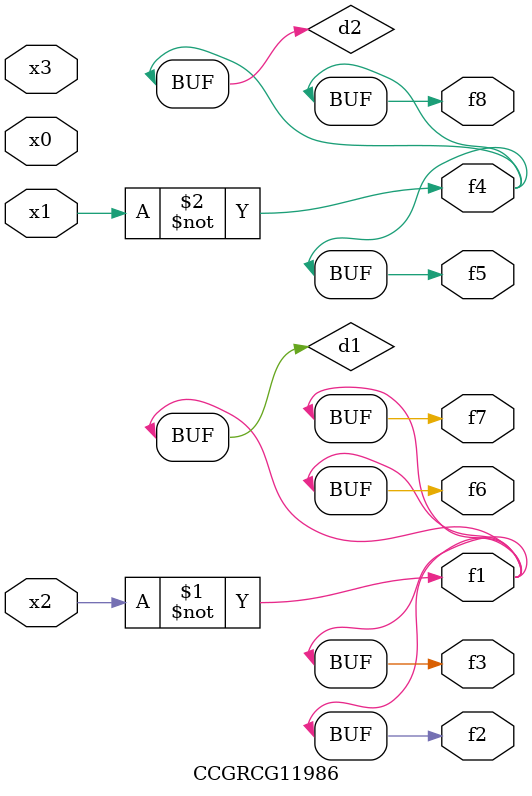
<source format=v>
module CCGRCG11986(
	input x0, x1, x2, x3,
	output f1, f2, f3, f4, f5, f6, f7, f8
);

	wire d1, d2;

	xnor (d1, x2);
	not (d2, x1);
	assign f1 = d1;
	assign f2 = d1;
	assign f3 = d1;
	assign f4 = d2;
	assign f5 = d2;
	assign f6 = d1;
	assign f7 = d1;
	assign f8 = d2;
endmodule

</source>
